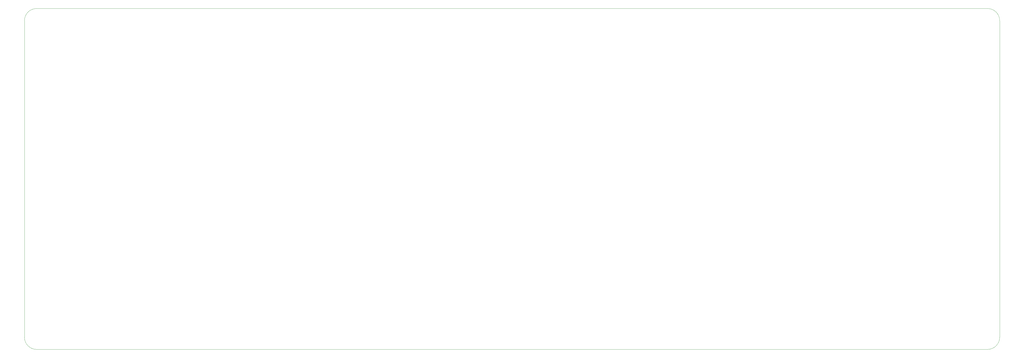
<source format=gm1>
G04 #@! TF.GenerationSoftware,KiCad,Pcbnew,5.1.0-060a0da~80~ubuntu18.04.1*
G04 #@! TF.CreationDate,2019-04-09T20:30:59-05:00*
G04 #@! TF.ProjectId,CBC2,43424332-2e6b-4696-9361-645f70636258,rev?*
G04 #@! TF.SameCoordinates,Original*
G04 #@! TF.FileFunction,Profile,NP*
%FSLAX46Y46*%
G04 Gerber Fmt 4.6, Leading zero omitted, Abs format (unit mm)*
G04 Created by KiCad (PCBNEW 5.1.0-060a0da~80~ubuntu18.04.1) date 2019-04-09 20:30:59*
%MOMM*%
%LPD*%
G04 APERTURE LIST*
%ADD10C,0.050000*%
G04 APERTURE END LIST*
D10*
X376237500Y4762500D02*
X376237500Y-119062500D01*
X-4762500Y4762500D02*
X-4762500Y-119062500D01*
X371475000Y-123825000D02*
X0Y-123825000D01*
X0Y9525000D02*
X371475000Y9525000D01*
X0Y-123825000D02*
G75*
G02X-4762500Y-119062500I0J4762500D01*
G01*
X371475000Y9525000D02*
G75*
G02X376237500Y4762500I0J-4762500D01*
G01*
X-4762500Y4762500D02*
G75*
G02X0Y9525000I4762500J0D01*
G01*
X376237500Y-119062500D02*
G75*
G02X371475000Y-123825000I-4762500J0D01*
G01*
M02*

</source>
